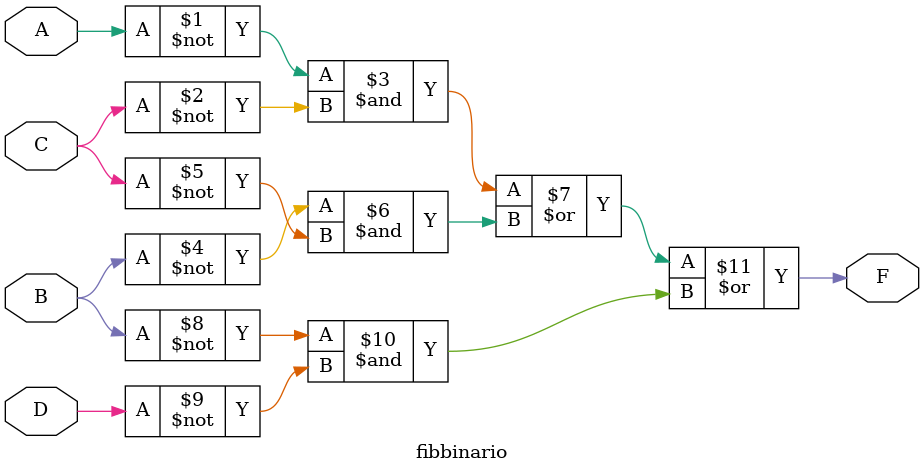
<source format=sv>
`timescale 1ns / 1ps


module fibbinario(
    input  logic A, B, C, D,
    output logic F
    );
    
    assign F = (~A&~C)|(~B&~C)|(~B&~D);
    
endmodule

</source>
